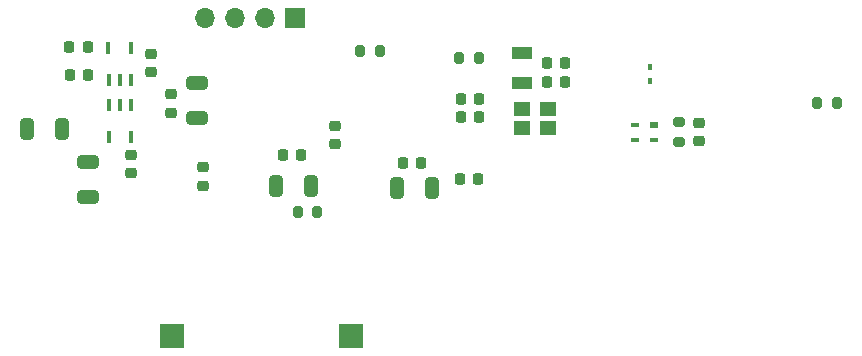
<source format=gbr>
%TF.GenerationSoftware,KiCad,Pcbnew,8.0.5*%
%TF.CreationDate,2025-03-11T15:07:16+00:00*%
%TF.ProjectId,UC_V4_4904-30028-06,55435f56-345f-4343-9930-342d33303032,rev?*%
%TF.SameCoordinates,Original*%
%TF.FileFunction,Paste,Top*%
%TF.FilePolarity,Positive*%
%FSLAX46Y46*%
G04 Gerber Fmt 4.6, Leading zero omitted, Abs format (unit mm)*
G04 Created by KiCad (PCBNEW 8.0.5) date 2025-03-11 15:07:16*
%MOMM*%
%LPD*%
G01*
G04 APERTURE LIST*
G04 Aperture macros list*
%AMRoundRect*
0 Rectangle with rounded corners*
0 $1 Rounding radius*
0 $2 $3 $4 $5 $6 $7 $8 $9 X,Y pos of 4 corners*
0 Add a 4 corners polygon primitive as box body*
4,1,4,$2,$3,$4,$5,$6,$7,$8,$9,$2,$3,0*
0 Add four circle primitives for the rounded corners*
1,1,$1+$1,$2,$3*
1,1,$1+$1,$4,$5*
1,1,$1+$1,$6,$7*
1,1,$1+$1,$8,$9*
0 Add four rect primitives between the rounded corners*
20,1,$1+$1,$2,$3,$4,$5,0*
20,1,$1+$1,$4,$5,$6,$7,0*
20,1,$1+$1,$6,$7,$8,$9,0*
20,1,$1+$1,$8,$9,$2,$3,0*%
G04 Aperture macros list end*
%ADD10RoundRect,0.225000X0.225000X0.250000X-0.225000X0.250000X-0.225000X-0.250000X0.225000X-0.250000X0*%
%ADD11RoundRect,0.200000X0.200000X0.275000X-0.200000X0.275000X-0.200000X-0.275000X0.200000X-0.275000X0*%
%ADD12R,0.750000X0.400000*%
%ADD13R,0.750000X0.500000*%
%ADD14RoundRect,0.250000X0.325000X0.650000X-0.325000X0.650000X-0.325000X-0.650000X0.325000X-0.650000X0*%
%ADD15R,1.400000X1.150000*%
%ADD16RoundRect,0.225000X-0.250000X0.225000X-0.250000X-0.225000X0.250000X-0.225000X0.250000X0.225000X0*%
%ADD17RoundRect,0.225000X0.250000X-0.225000X0.250000X0.225000X-0.250000X0.225000X-0.250000X-0.225000X0*%
%ADD18RoundRect,0.200000X-0.200000X-0.275000X0.200000X-0.275000X0.200000X0.275000X-0.200000X0.275000X0*%
%ADD19RoundRect,0.225000X-0.225000X-0.250000X0.225000X-0.250000X0.225000X0.250000X-0.225000X0.250000X0*%
%ADD20R,1.800000X1.000000*%
%ADD21R,0.406400X0.977900*%
%ADD22RoundRect,0.200000X0.275000X-0.200000X0.275000X0.200000X-0.275000X0.200000X-0.275000X-0.200000X0*%
%ADD23R,2.000000X2.000000*%
%ADD24RoundRect,0.250000X0.650000X-0.325000X0.650000X0.325000X-0.650000X0.325000X-0.650000X-0.325000X0*%
%ADD25R,1.700000X1.700000*%
%ADD26O,1.700000X1.700000*%
%ADD27RoundRect,0.250000X-0.650000X0.325000X-0.650000X-0.325000X0.650000X-0.325000X0.650000X0.325000X0*%
%ADD28R,0.304800X0.533400*%
G04 APERTURE END LIST*
D10*
%TO.C,C13*%
X133853200Y-101052800D03*
X132303200Y-101052800D03*
%TD*%
D11*
%TO.C,R2*%
X140532600Y-92213600D03*
X138882600Y-92213600D03*
%TD*%
D12*
%TO.C,U9*%
X163758600Y-99762000D03*
D13*
X163758600Y-98462000D03*
D12*
X162108600Y-98462000D03*
X162108600Y-99762000D03*
%TD*%
D14*
%TO.C,C7*%
X144941800Y-103846800D03*
X141991800Y-103846800D03*
%TD*%
D15*
%TO.C,XTAL1*%
X152603000Y-98728600D03*
X154803000Y-98728600D03*
X154803000Y-97128600D03*
X152603000Y-97128600D03*
%TD*%
D16*
%TO.C,C49*%
X167531000Y-98311600D03*
X167531000Y-99861600D03*
%TD*%
D17*
%TO.C,C9*%
X119468200Y-102548200D03*
X119468200Y-100998200D03*
%TD*%
D18*
%TO.C,R1*%
X147264600Y-92797800D03*
X148914600Y-92797800D03*
%TD*%
D17*
%TO.C,C1*%
X125558200Y-103613200D03*
X125558200Y-102063200D03*
%TD*%
%TO.C,C29*%
X136710400Y-100100600D03*
X136710400Y-98550600D03*
%TD*%
D19*
%TO.C,C5*%
X114243200Y-91848200D03*
X115793200Y-91848200D03*
%TD*%
D20*
%TO.C,Y1*%
X152610800Y-92406000D03*
X152610800Y-94906000D03*
%TD*%
D21*
%TO.C,U2*%
X117578400Y-94638050D03*
X118518200Y-94638050D03*
X119458000Y-94638050D03*
X119470700Y-91958350D03*
X117565700Y-91958350D03*
%TD*%
D14*
%TO.C,C12*%
X134731000Y-103669000D03*
X131781000Y-103669000D03*
%TD*%
D19*
%TO.C,C50*%
X154655200Y-93204200D03*
X156205200Y-93204200D03*
%TD*%
D14*
%TO.C,C4*%
X113643200Y-98823200D03*
X110693200Y-98823200D03*
%TD*%
D22*
%TO.C,R64*%
X165880000Y-99911600D03*
X165880000Y-98261600D03*
%TD*%
D16*
%TO.C,C27*%
X122892800Y-95883600D03*
X122892800Y-97433600D03*
%TD*%
D23*
%TO.C,SW1*%
X138072800Y-116327600D03*
X122952800Y-116327600D03*
%TD*%
D19*
%TO.C,C51*%
X154655200Y-94880600D03*
X156205200Y-94880600D03*
%TD*%
D24*
%TO.C,C11*%
X115868200Y-104603200D03*
X115868200Y-101653200D03*
%TD*%
D18*
%TO.C,R3*%
X177563200Y-96638200D03*
X179213200Y-96638200D03*
%TD*%
%TO.C,R4*%
X133574000Y-105853400D03*
X135224000Y-105853400D03*
%TD*%
D25*
%TO.C,J1*%
X133340000Y-89416600D03*
D26*
X130800000Y-89416600D03*
X128260000Y-89416600D03*
X125720000Y-89416600D03*
%TD*%
D21*
%TO.C,U6*%
X119483000Y-96833350D03*
X118543200Y-96833350D03*
X117603400Y-96833350D03*
X117590700Y-99513050D03*
X119495700Y-99513050D03*
%TD*%
D10*
%TO.C,C10*%
X115843200Y-94248200D03*
X114293200Y-94248200D03*
%TD*%
%TO.C,C8*%
X144064000Y-101738600D03*
X142514000Y-101738600D03*
%TD*%
D19*
%TO.C,C28*%
X147289200Y-103059400D03*
X148839200Y-103059400D03*
%TD*%
D27*
%TO.C,C30*%
X125051800Y-94956800D03*
X125051800Y-97906800D03*
%TD*%
D10*
%TO.C,C2*%
X148940800Y-97827000D03*
X147390800Y-97827000D03*
%TD*%
D28*
%TO.C,D2*%
X163413600Y-93550400D03*
X163413600Y-94769600D03*
%TD*%
D10*
%TO.C,C3*%
X148940800Y-96252200D03*
X147390800Y-96252200D03*
%TD*%
D17*
%TO.C,C6*%
X121143200Y-94023200D03*
X121143200Y-92473200D03*
%TD*%
M02*

</source>
